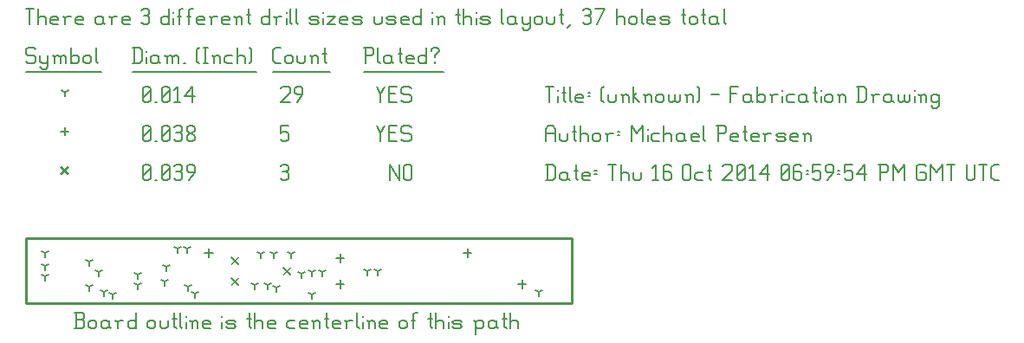
<source format=gbr>
G04 start of page 13 for group -3984 idx -3984 *
G04 Title: (unknown), fab *
G04 Creator: pcb 20110918 *
G04 CreationDate: Thu 16 Oct 2014 06:59:54 PM GMT UTC *
G04 For: railfan *
G04 Format: Gerber/RS-274X *
G04 PCB-Dimensions: 210000 25000 *
G04 PCB-Coordinate-Origin: lower left *
%MOIN*%
%FSLAX25Y25*%
%LNFAB*%
%ADD77C,0.0100*%
%ADD76C,0.0075*%
%ADD75C,0.0060*%
%ADD74C,0.0001*%
G54D74*G36*
X99300Y14266D02*X102266Y11300D01*
X101700Y10734D01*
X98734Y13700D01*
X99300Y14266D01*
G37*
G36*
X98734Y11300D02*X101700Y14266D01*
X102266Y13700D01*
X99300Y10734D01*
X98734Y11300D01*
G37*
G36*
X79300Y18266D02*X82266Y15300D01*
X81700Y14734D01*
X78734Y17700D01*
X79300Y18266D01*
G37*
G36*
X78734Y15300D02*X81700Y18266D01*
X82266Y17700D01*
X79300Y14734D01*
X78734Y15300D01*
G37*
G36*
X79300Y10266D02*X82266Y7300D01*
X81700Y6734D01*
X78734Y9700D01*
X79300Y10266D01*
G37*
G36*
X78734Y7300D02*X81700Y10266D01*
X82266Y9700D01*
X79300Y6734D01*
X78734Y7300D01*
G37*
G36*
X13800Y53016D02*X16766Y50050D01*
X16200Y49484D01*
X13234Y52450D01*
X13800Y53016D01*
G37*
G36*
X13234Y50050D02*X16200Y53016D01*
X16766Y52450D01*
X13800Y49484D01*
X13234Y50050D01*
G37*
G54D75*X140000Y53500D02*Y47500D01*
Y53500D02*X143750Y47500D01*
Y53500D02*Y47500D01*
X145550Y52750D02*Y48250D01*
Y52750D02*X146300Y53500D01*
X147800D01*
X148550Y52750D01*
Y48250D01*
X147800Y47500D02*X148550Y48250D01*
X146300Y47500D02*X147800D01*
X145550Y48250D02*X146300Y47500D01*
X98000Y52750D02*X98750Y53500D01*
X100250D01*
X101000Y52750D01*
X100250Y47500D02*X101000Y48250D01*
X98750Y47500D02*X100250D01*
X98000Y48250D02*X98750Y47500D01*
Y50800D02*X100250D01*
X101000Y52750D02*Y51550D01*
Y50050D02*Y48250D01*
Y50050D02*X100250Y50800D01*
X101000Y51550D02*X100250Y50800D01*
X45000Y48250D02*X45750Y47500D01*
X45000Y52750D02*Y48250D01*
Y52750D02*X45750Y53500D01*
X47250D01*
X48000Y52750D01*
Y48250D01*
X47250Y47500D02*X48000Y48250D01*
X45750Y47500D02*X47250D01*
X45000Y49000D02*X48000Y52000D01*
X49800Y47500D02*X50550D01*
X52350Y48250D02*X53100Y47500D01*
X52350Y52750D02*Y48250D01*
Y52750D02*X53100Y53500D01*
X54600D01*
X55350Y52750D01*
Y48250D01*
X54600Y47500D02*X55350Y48250D01*
X53100Y47500D02*X54600D01*
X52350Y49000D02*X55350Y52000D01*
X57150Y52750D02*X57900Y53500D01*
X59400D01*
X60150Y52750D01*
X59400Y47500D02*X60150Y48250D01*
X57900Y47500D02*X59400D01*
X57150Y48250D02*X57900Y47500D01*
Y50800D02*X59400D01*
X60150Y52750D02*Y51550D01*
Y50050D02*Y48250D01*
Y50050D02*X59400Y50800D01*
X60150Y51550D02*X59400Y50800D01*
X62700Y47500D02*X64950Y50500D01*
Y52750D02*Y50500D01*
X64200Y53500D02*X64950Y52750D01*
X62700Y53500D02*X64200D01*
X61950Y52750D02*X62700Y53500D01*
X61950Y52750D02*Y51250D01*
X62700Y50500D01*
X64950D01*
X70500Y21100D02*Y17900D01*
X68900Y19500D02*X72100D01*
X170000Y21100D02*Y17900D01*
X168400Y19500D02*X171600D01*
X191000Y9100D02*Y5900D01*
X189400Y7500D02*X192600D01*
X121000Y19100D02*Y15900D01*
X119400Y17500D02*X122600D01*
X121000Y9100D02*Y5900D01*
X119400Y7500D02*X122600D01*
X15000Y67850D02*Y64650D01*
X13400Y66250D02*X16600D01*
X135000Y68500D02*X136500Y65500D01*
X138000Y68500D01*
X136500Y65500D02*Y62500D01*
X139800Y65800D02*X142050D01*
X139800Y62500D02*X142800D01*
X139800Y68500D02*Y62500D01*
Y68500D02*X142800D01*
X147600D02*X148350Y67750D01*
X145350Y68500D02*X147600D01*
X144600Y67750D02*X145350Y68500D01*
X144600Y67750D02*Y66250D01*
X145350Y65500D01*
X147600D01*
X148350Y64750D01*
Y63250D01*
X147600Y62500D02*X148350Y63250D01*
X145350Y62500D02*X147600D01*
X144600Y63250D02*X145350Y62500D01*
X98000Y68500D02*X101000D01*
X98000D02*Y65500D01*
X98750Y66250D01*
X100250D01*
X101000Y65500D01*
Y63250D01*
X100250Y62500D02*X101000Y63250D01*
X98750Y62500D02*X100250D01*
X98000Y63250D02*X98750Y62500D01*
X45000Y63250D02*X45750Y62500D01*
X45000Y67750D02*Y63250D01*
Y67750D02*X45750Y68500D01*
X47250D01*
X48000Y67750D01*
Y63250D01*
X47250Y62500D02*X48000Y63250D01*
X45750Y62500D02*X47250D01*
X45000Y64000D02*X48000Y67000D01*
X49800Y62500D02*X50550D01*
X52350Y63250D02*X53100Y62500D01*
X52350Y67750D02*Y63250D01*
Y67750D02*X53100Y68500D01*
X54600D01*
X55350Y67750D01*
Y63250D01*
X54600Y62500D02*X55350Y63250D01*
X53100Y62500D02*X54600D01*
X52350Y64000D02*X55350Y67000D01*
X57150Y67750D02*X57900Y68500D01*
X59400D01*
X60150Y67750D01*
X59400Y62500D02*X60150Y63250D01*
X57900Y62500D02*X59400D01*
X57150Y63250D02*X57900Y62500D01*
Y65800D02*X59400D01*
X60150Y67750D02*Y66550D01*
Y65050D02*Y63250D01*
Y65050D02*X59400Y65800D01*
X60150Y66550D02*X59400Y65800D01*
X61950Y63250D02*X62700Y62500D01*
X61950Y64450D02*Y63250D01*
Y64450D02*X63000Y65500D01*
X63900D01*
X64950Y64450D01*
Y63250D01*
X64200Y62500D02*X64950Y63250D01*
X62700Y62500D02*X64200D01*
X61950Y66550D02*X63000Y65500D01*
X61950Y67750D02*Y66550D01*
Y67750D02*X62700Y68500D01*
X64200D01*
X64950Y67750D01*
Y66550D01*
X63900Y65500D02*X64950Y66550D01*
X7500Y14500D02*Y12900D01*
Y14500D02*X8887Y15300D01*
X7500Y14500D02*X6113Y15300D01*
X7500Y10500D02*Y8900D01*
Y10500D02*X8887Y11300D01*
X7500Y10500D02*X6113Y11300D01*
X7500Y19500D02*Y17900D01*
Y19500D02*X8887Y20300D01*
X7500Y19500D02*X6113Y20300D01*
X24500Y16000D02*Y14400D01*
Y16000D02*X25887Y16800D01*
X24500Y16000D02*X23113Y16800D01*
X24500Y6500D02*Y4900D01*
Y6500D02*X25887Y7300D01*
X24500Y6500D02*X23113Y7300D01*
X30000Y4500D02*Y2900D01*
Y4500D02*X31387Y5300D01*
X30000Y4500D02*X28613Y5300D01*
X33500Y3500D02*Y1900D01*
Y3500D02*X34887Y4300D01*
X33500Y3500D02*X32113Y4300D01*
X28000Y12000D02*Y10400D01*
Y12000D02*X29387Y12800D01*
X28000Y12000D02*X26613Y12800D01*
X43000Y11000D02*Y9400D01*
Y11000D02*X44387Y11800D01*
X43000Y11000D02*X41613Y11800D01*
X43000Y7000D02*Y5400D01*
Y7000D02*X44387Y7800D01*
X43000Y7000D02*X41613Y7800D01*
X54000Y14000D02*Y12400D01*
Y14000D02*X55387Y14800D01*
X54000Y14000D02*X52613Y14800D01*
X58500Y21000D02*Y19400D01*
Y21000D02*X59887Y21800D01*
X58500Y21000D02*X57113Y21800D01*
X62000Y21000D02*Y19400D01*
Y21000D02*X63387Y21800D01*
X62000Y21000D02*X60613Y21800D01*
X65000Y3662D02*Y2062D01*
Y3662D02*X66387Y4462D01*
X65000Y3662D02*X63613Y4462D01*
X53500Y8500D02*Y6900D01*
Y8500D02*X54887Y9300D01*
X53500Y8500D02*X52113Y9300D01*
X62500Y6500D02*Y4900D01*
Y6500D02*X63887Y7300D01*
X62500Y6500D02*X61113Y7300D01*
X95500Y19000D02*Y17400D01*
Y19000D02*X96887Y19800D01*
X95500Y19000D02*X94113Y19800D01*
X90500Y19000D02*Y17400D01*
Y19000D02*X91887Y19800D01*
X90500Y19000D02*X89113Y19800D01*
X88000Y7000D02*Y5400D01*
Y7000D02*X89387Y7800D01*
X88000Y7000D02*X86613Y7800D01*
X93000Y7000D02*Y5400D01*
Y7000D02*X94387Y7800D01*
X93000Y7000D02*X91613Y7800D01*
X96500Y6000D02*Y4400D01*
Y6000D02*X97887Y6800D01*
X96500Y6000D02*X95113Y6800D01*
X110000Y3500D02*Y1900D01*
Y3500D02*X111387Y4300D01*
X110000Y3500D02*X108613Y4300D01*
X110000Y12000D02*Y10400D01*
Y12000D02*X111387Y12800D01*
X110000Y12000D02*X108613Y12800D01*
X106000Y11500D02*Y9900D01*
Y11500D02*X107387Y12300D01*
X106000Y11500D02*X104613Y12300D01*
X114000Y12000D02*Y10400D01*
Y12000D02*X115387Y12800D01*
X114000Y12000D02*X112613Y12800D01*
X102000Y19000D02*Y17400D01*
Y19000D02*X103387Y19800D01*
X102000Y19000D02*X100613Y19800D01*
X131500Y12500D02*Y10900D01*
Y12500D02*X132887Y13300D01*
X131500Y12500D02*X130113Y13300D01*
X135500Y12500D02*Y10900D01*
Y12500D02*X136887Y13300D01*
X135500Y12500D02*X134113Y13300D01*
X197500Y4500D02*Y2900D01*
Y4500D02*X198887Y5300D01*
X197500Y4500D02*X196113Y5300D01*
X15000Y81250D02*Y79650D01*
Y81250D02*X16387Y82050D01*
X15000Y81250D02*X13613Y82050D01*
X135000Y83500D02*X136500Y80500D01*
X138000Y83500D01*
X136500Y80500D02*Y77500D01*
X139800Y80800D02*X142050D01*
X139800Y77500D02*X142800D01*
X139800Y83500D02*Y77500D01*
Y83500D02*X142800D01*
X147600D02*X148350Y82750D01*
X145350Y83500D02*X147600D01*
X144600Y82750D02*X145350Y83500D01*
X144600Y82750D02*Y81250D01*
X145350Y80500D01*
X147600D01*
X148350Y79750D01*
Y78250D01*
X147600Y77500D02*X148350Y78250D01*
X145350Y77500D02*X147600D01*
X144600Y78250D02*X145350Y77500D01*
X98000Y82750D02*X98750Y83500D01*
X101000D01*
X101750Y82750D01*
Y81250D01*
X98000Y77500D02*X101750Y81250D01*
X98000Y77500D02*X101750D01*
X104300D02*X106550Y80500D01*
Y82750D02*Y80500D01*
X105800Y83500D02*X106550Y82750D01*
X104300Y83500D02*X105800D01*
X103550Y82750D02*X104300Y83500D01*
X103550Y82750D02*Y81250D01*
X104300Y80500D01*
X106550D01*
X45000Y78250D02*X45750Y77500D01*
X45000Y82750D02*Y78250D01*
Y82750D02*X45750Y83500D01*
X47250D01*
X48000Y82750D01*
Y78250D01*
X47250Y77500D02*X48000Y78250D01*
X45750Y77500D02*X47250D01*
X45000Y79000D02*X48000Y82000D01*
X49800Y77500D02*X50550D01*
X52350Y78250D02*X53100Y77500D01*
X52350Y82750D02*Y78250D01*
Y82750D02*X53100Y83500D01*
X54600D01*
X55350Y82750D01*
Y78250D01*
X54600Y77500D02*X55350Y78250D01*
X53100Y77500D02*X54600D01*
X52350Y79000D02*X55350Y82000D01*
X57150Y82300D02*X58350Y83500D01*
Y77500D01*
X57150D02*X59400D01*
X61200Y79750D02*X64200Y83500D01*
X61200Y79750D02*X64950D01*
X64200Y83500D02*Y77500D01*
X3000Y98500D02*X3750Y97750D01*
X750Y98500D02*X3000D01*
X0Y97750D02*X750Y98500D01*
X0Y97750D02*Y96250D01*
X750Y95500D01*
X3000D01*
X3750Y94750D01*
Y93250D01*
X3000Y92500D02*X3750Y93250D01*
X750Y92500D02*X3000D01*
X0Y93250D02*X750Y92500D01*
X5550Y95500D02*Y93250D01*
X6300Y92500D01*
X8550Y95500D02*Y91000D01*
X7800Y90250D02*X8550Y91000D01*
X6300Y90250D02*X7800D01*
X5550Y91000D02*X6300Y90250D01*
Y92500D02*X7800D01*
X8550Y93250D01*
X11100Y94750D02*Y92500D01*
Y94750D02*X11850Y95500D01*
X12600D01*
X13350Y94750D01*
Y92500D01*
Y94750D02*X14100Y95500D01*
X14850D01*
X15600Y94750D01*
Y92500D01*
X10350Y95500D02*X11100Y94750D01*
X17400Y98500D02*Y92500D01*
Y93250D02*X18150Y92500D01*
X19650D01*
X20400Y93250D01*
Y94750D02*Y93250D01*
X19650Y95500D02*X20400Y94750D01*
X18150Y95500D02*X19650D01*
X17400Y94750D02*X18150Y95500D01*
X22200Y94750D02*Y93250D01*
Y94750D02*X22950Y95500D01*
X24450D01*
X25200Y94750D01*
Y93250D01*
X24450Y92500D02*X25200Y93250D01*
X22950Y92500D02*X24450D01*
X22200Y93250D02*X22950Y92500D01*
X27000Y98500D02*Y93250D01*
X27750Y92500D01*
X0Y89250D02*X29250D01*
X41750Y98500D02*Y92500D01*
X43700Y98500D02*X44750Y97450D01*
Y93550D01*
X43700Y92500D02*X44750Y93550D01*
X41000Y92500D02*X43700D01*
X41000Y98500D02*X43700D01*
G54D76*X46550Y97000D02*Y96850D01*
G54D75*Y94750D02*Y92500D01*
X50300Y95500D02*X51050Y94750D01*
X48800Y95500D02*X50300D01*
X48050Y94750D02*X48800Y95500D01*
X48050Y94750D02*Y93250D01*
X48800Y92500D01*
X51050Y95500D02*Y93250D01*
X51800Y92500D01*
X48800D02*X50300D01*
X51050Y93250D01*
X54350Y94750D02*Y92500D01*
Y94750D02*X55100Y95500D01*
X55850D01*
X56600Y94750D01*
Y92500D01*
Y94750D02*X57350Y95500D01*
X58100D01*
X58850Y94750D01*
Y92500D01*
X53600Y95500D02*X54350Y94750D01*
X60650Y92500D02*X61400D01*
X65900Y93250D02*X66650Y92500D01*
X65900Y97750D02*X66650Y98500D01*
X65900Y97750D02*Y93250D01*
X68450Y98500D02*X69950D01*
X69200D02*Y92500D01*
X68450D02*X69950D01*
X72500Y94750D02*Y92500D01*
Y94750D02*X73250Y95500D01*
X74000D01*
X74750Y94750D01*
Y92500D01*
X71750Y95500D02*X72500Y94750D01*
X77300Y95500D02*X79550D01*
X76550Y94750D02*X77300Y95500D01*
X76550Y94750D02*Y93250D01*
X77300Y92500D01*
X79550D01*
X81350Y98500D02*Y92500D01*
Y94750D02*X82100Y95500D01*
X83600D01*
X84350Y94750D01*
Y92500D01*
X86150Y98500D02*X86900Y97750D01*
Y93250D01*
X86150Y92500D02*X86900Y93250D01*
X41000Y89250D02*X88700D01*
X96050Y92500D02*X98000D01*
X95000Y93550D02*X96050Y92500D01*
X95000Y97450D02*Y93550D01*
Y97450D02*X96050Y98500D01*
X98000D01*
X99800Y94750D02*Y93250D01*
Y94750D02*X100550Y95500D01*
X102050D01*
X102800Y94750D01*
Y93250D01*
X102050Y92500D02*X102800Y93250D01*
X100550Y92500D02*X102050D01*
X99800Y93250D02*X100550Y92500D01*
X104600Y95500D02*Y93250D01*
X105350Y92500D01*
X106850D01*
X107600Y93250D01*
Y95500D02*Y93250D01*
X110150Y94750D02*Y92500D01*
Y94750D02*X110900Y95500D01*
X111650D01*
X112400Y94750D01*
Y92500D01*
X109400Y95500D02*X110150Y94750D01*
X114950Y98500D02*Y93250D01*
X115700Y92500D01*
X114200Y96250D02*X115700D01*
X95000Y89250D02*X117200D01*
X130750Y98500D02*Y92500D01*
X130000Y98500D02*X133000D01*
X133750Y97750D01*
Y96250D01*
X133000Y95500D02*X133750Y96250D01*
X130750Y95500D02*X133000D01*
X135550Y98500D02*Y93250D01*
X136300Y92500D01*
X140050Y95500D02*X140800Y94750D01*
X138550Y95500D02*X140050D01*
X137800Y94750D02*X138550Y95500D01*
X137800Y94750D02*Y93250D01*
X138550Y92500D01*
X140800Y95500D02*Y93250D01*
X141550Y92500D01*
X138550D02*X140050D01*
X140800Y93250D01*
X144100Y98500D02*Y93250D01*
X144850Y92500D01*
X143350Y96250D02*X144850D01*
X147100Y92500D02*X149350D01*
X146350Y93250D02*X147100Y92500D01*
X146350Y94750D02*Y93250D01*
Y94750D02*X147100Y95500D01*
X148600D01*
X149350Y94750D01*
X146350Y94000D02*X149350D01*
Y94750D02*Y94000D01*
X154150Y98500D02*Y92500D01*
X153400D02*X154150Y93250D01*
X151900Y92500D02*X153400D01*
X151150Y93250D02*X151900Y92500D01*
X151150Y94750D02*Y93250D01*
Y94750D02*X151900Y95500D01*
X153400D01*
X154150Y94750D01*
X157450Y95500D02*Y94750D01*
Y93250D02*Y92500D01*
X155950Y97750D02*Y97000D01*
Y97750D02*X156700Y98500D01*
X158200D01*
X158950Y97750D01*
Y97000D01*
X157450Y95500D02*X158950Y97000D01*
X130000Y89250D02*X160750D01*
X0Y113500D02*X3000D01*
X1500D02*Y107500D01*
X4800Y113500D02*Y107500D01*
Y109750D02*X5550Y110500D01*
X7050D01*
X7800Y109750D01*
Y107500D01*
X10350D02*X12600D01*
X9600Y108250D02*X10350Y107500D01*
X9600Y109750D02*Y108250D01*
Y109750D02*X10350Y110500D01*
X11850D01*
X12600Y109750D01*
X9600Y109000D02*X12600D01*
Y109750D02*Y109000D01*
X15150Y109750D02*Y107500D01*
Y109750D02*X15900Y110500D01*
X17400D01*
X14400D02*X15150Y109750D01*
X19950Y107500D02*X22200D01*
X19200Y108250D02*X19950Y107500D01*
X19200Y109750D02*Y108250D01*
Y109750D02*X19950Y110500D01*
X21450D01*
X22200Y109750D01*
X19200Y109000D02*X22200D01*
Y109750D02*Y109000D01*
X28950Y110500D02*X29700Y109750D01*
X27450Y110500D02*X28950D01*
X26700Y109750D02*X27450Y110500D01*
X26700Y109750D02*Y108250D01*
X27450Y107500D01*
X29700Y110500D02*Y108250D01*
X30450Y107500D01*
X27450D02*X28950D01*
X29700Y108250D01*
X33000Y109750D02*Y107500D01*
Y109750D02*X33750Y110500D01*
X35250D01*
X32250D02*X33000Y109750D01*
X37800Y107500D02*X40050D01*
X37050Y108250D02*X37800Y107500D01*
X37050Y109750D02*Y108250D01*
Y109750D02*X37800Y110500D01*
X39300D01*
X40050Y109750D01*
X37050Y109000D02*X40050D01*
Y109750D02*Y109000D01*
X44550Y112750D02*X45300Y113500D01*
X46800D01*
X47550Y112750D01*
X46800Y107500D02*X47550Y108250D01*
X45300Y107500D02*X46800D01*
X44550Y108250D02*X45300Y107500D01*
Y110800D02*X46800D01*
X47550Y112750D02*Y111550D01*
Y110050D02*Y108250D01*
Y110050D02*X46800Y110800D01*
X47550Y111550D02*X46800Y110800D01*
X55050Y113500D02*Y107500D01*
X54300D02*X55050Y108250D01*
X52800Y107500D02*X54300D01*
X52050Y108250D02*X52800Y107500D01*
X52050Y109750D02*Y108250D01*
Y109750D02*X52800Y110500D01*
X54300D01*
X55050Y109750D01*
G54D76*X56850Y112000D02*Y111850D01*
G54D75*Y109750D02*Y107500D01*
X59100Y112750D02*Y107500D01*
Y112750D02*X59850Y113500D01*
X60600D01*
X58350Y110500D02*X59850D01*
X62850Y112750D02*Y107500D01*
Y112750D02*X63600Y113500D01*
X64350D01*
X62100Y110500D02*X63600D01*
X66600Y107500D02*X68850D01*
X65850Y108250D02*X66600Y107500D01*
X65850Y109750D02*Y108250D01*
Y109750D02*X66600Y110500D01*
X68100D01*
X68850Y109750D01*
X65850Y109000D02*X68850D01*
Y109750D02*Y109000D01*
X71400Y109750D02*Y107500D01*
Y109750D02*X72150Y110500D01*
X73650D01*
X70650D02*X71400Y109750D01*
X76200Y107500D02*X78450D01*
X75450Y108250D02*X76200Y107500D01*
X75450Y109750D02*Y108250D01*
Y109750D02*X76200Y110500D01*
X77700D01*
X78450Y109750D01*
X75450Y109000D02*X78450D01*
Y109750D02*Y109000D01*
X81000Y109750D02*Y107500D01*
Y109750D02*X81750Y110500D01*
X82500D01*
X83250Y109750D01*
Y107500D01*
X80250Y110500D02*X81000Y109750D01*
X85800Y113500D02*Y108250D01*
X86550Y107500D01*
X85050Y111250D02*X86550D01*
X93750Y113500D02*Y107500D01*
X93000D02*X93750Y108250D01*
X91500Y107500D02*X93000D01*
X90750Y108250D02*X91500Y107500D01*
X90750Y109750D02*Y108250D01*
Y109750D02*X91500Y110500D01*
X93000D01*
X93750Y109750D01*
X96300D02*Y107500D01*
Y109750D02*X97050Y110500D01*
X98550D01*
X95550D02*X96300Y109750D01*
G54D76*X100350Y112000D02*Y111850D01*
G54D75*Y109750D02*Y107500D01*
X101850Y113500D02*Y108250D01*
X102600Y107500D01*
X104100Y113500D02*Y108250D01*
X104850Y107500D01*
X109800D02*X112050D01*
X112800Y108250D01*
X112050Y109000D02*X112800Y108250D01*
X109800Y109000D02*X112050D01*
X109050Y109750D02*X109800Y109000D01*
X109050Y109750D02*X109800Y110500D01*
X112050D01*
X112800Y109750D01*
X109050Y108250D02*X109800Y107500D01*
G54D76*X114600Y112000D02*Y111850D01*
G54D75*Y109750D02*Y107500D01*
X116100Y110500D02*X119100D01*
X116100Y107500D02*X119100Y110500D01*
X116100Y107500D02*X119100D01*
X121650D02*X123900D01*
X120900Y108250D02*X121650Y107500D01*
X120900Y109750D02*Y108250D01*
Y109750D02*X121650Y110500D01*
X123150D01*
X123900Y109750D01*
X120900Y109000D02*X123900D01*
Y109750D02*Y109000D01*
X126450Y107500D02*X128700D01*
X129450Y108250D01*
X128700Y109000D02*X129450Y108250D01*
X126450Y109000D02*X128700D01*
X125700Y109750D02*X126450Y109000D01*
X125700Y109750D02*X126450Y110500D01*
X128700D01*
X129450Y109750D01*
X125700Y108250D02*X126450Y107500D01*
X133950Y110500D02*Y108250D01*
X134700Y107500D01*
X136200D01*
X136950Y108250D01*
Y110500D02*Y108250D01*
X139500Y107500D02*X141750D01*
X142500Y108250D01*
X141750Y109000D02*X142500Y108250D01*
X139500Y109000D02*X141750D01*
X138750Y109750D02*X139500Y109000D01*
X138750Y109750D02*X139500Y110500D01*
X141750D01*
X142500Y109750D01*
X138750Y108250D02*X139500Y107500D01*
X145050D02*X147300D01*
X144300Y108250D02*X145050Y107500D01*
X144300Y109750D02*Y108250D01*
Y109750D02*X145050Y110500D01*
X146550D01*
X147300Y109750D01*
X144300Y109000D02*X147300D01*
Y109750D02*Y109000D01*
X152100Y113500D02*Y107500D01*
X151350D02*X152100Y108250D01*
X149850Y107500D02*X151350D01*
X149100Y108250D02*X149850Y107500D01*
X149100Y109750D02*Y108250D01*
Y109750D02*X149850Y110500D01*
X151350D01*
X152100Y109750D01*
G54D76*X156600Y112000D02*Y111850D01*
G54D75*Y109750D02*Y107500D01*
X158850Y109750D02*Y107500D01*
Y109750D02*X159600Y110500D01*
X160350D01*
X161100Y109750D01*
Y107500D01*
X158100Y110500D02*X158850Y109750D01*
X166350Y113500D02*Y108250D01*
X167100Y107500D01*
X165600Y111250D02*X167100D01*
X168600Y113500D02*Y107500D01*
Y109750D02*X169350Y110500D01*
X170850D01*
X171600Y109750D01*
Y107500D01*
G54D76*X173400Y112000D02*Y111850D01*
G54D75*Y109750D02*Y107500D01*
X175650D02*X177900D01*
X178650Y108250D01*
X177900Y109000D02*X178650Y108250D01*
X175650Y109000D02*X177900D01*
X174900Y109750D02*X175650Y109000D01*
X174900Y109750D02*X175650Y110500D01*
X177900D01*
X178650Y109750D01*
X174900Y108250D02*X175650Y107500D01*
X183150Y113500D02*Y108250D01*
X183900Y107500D01*
X187650Y110500D02*X188400Y109750D01*
X186150Y110500D02*X187650D01*
X185400Y109750D02*X186150Y110500D01*
X185400Y109750D02*Y108250D01*
X186150Y107500D01*
X188400Y110500D02*Y108250D01*
X189150Y107500D01*
X186150D02*X187650D01*
X188400Y108250D01*
X190950Y110500D02*Y108250D01*
X191700Y107500D01*
X193950Y110500D02*Y106000D01*
X193200Y105250D02*X193950Y106000D01*
X191700Y105250D02*X193200D01*
X190950Y106000D02*X191700Y105250D01*
Y107500D02*X193200D01*
X193950Y108250D01*
X195750Y109750D02*Y108250D01*
Y109750D02*X196500Y110500D01*
X198000D01*
X198750Y109750D01*
Y108250D01*
X198000Y107500D02*X198750Y108250D01*
X196500Y107500D02*X198000D01*
X195750Y108250D02*X196500Y107500D01*
X200550Y110500D02*Y108250D01*
X201300Y107500D01*
X202800D01*
X203550Y108250D01*
Y110500D02*Y108250D01*
X206100Y113500D02*Y108250D01*
X206850Y107500D01*
X205350Y111250D02*X206850D01*
X208350Y106000D02*X209850Y107500D01*
X214350Y112750D02*X215100Y113500D01*
X216600D01*
X217350Y112750D01*
X216600Y107500D02*X217350Y108250D01*
X215100Y107500D02*X216600D01*
X214350Y108250D02*X215100Y107500D01*
Y110800D02*X216600D01*
X217350Y112750D02*Y111550D01*
Y110050D02*Y108250D01*
Y110050D02*X216600Y110800D01*
X217350Y111550D02*X216600Y110800D01*
X219900Y107500D02*X222900Y113500D01*
X219150D02*X222900D01*
X227400D02*Y107500D01*
Y109750D02*X228150Y110500D01*
X229650D01*
X230400Y109750D01*
Y107500D01*
X232200Y109750D02*Y108250D01*
Y109750D02*X232950Y110500D01*
X234450D01*
X235200Y109750D01*
Y108250D01*
X234450Y107500D02*X235200Y108250D01*
X232950Y107500D02*X234450D01*
X232200Y108250D02*X232950Y107500D01*
X237000Y113500D02*Y108250D01*
X237750Y107500D01*
X240000D02*X242250D01*
X239250Y108250D02*X240000Y107500D01*
X239250Y109750D02*Y108250D01*
Y109750D02*X240000Y110500D01*
X241500D01*
X242250Y109750D01*
X239250Y109000D02*X242250D01*
Y109750D02*Y109000D01*
X244800Y107500D02*X247050D01*
X247800Y108250D01*
X247050Y109000D02*X247800Y108250D01*
X244800Y109000D02*X247050D01*
X244050Y109750D02*X244800Y109000D01*
X244050Y109750D02*X244800Y110500D01*
X247050D01*
X247800Y109750D01*
X244050Y108250D02*X244800Y107500D01*
X253050Y113500D02*Y108250D01*
X253800Y107500D01*
X252300Y111250D02*X253800D01*
X255300Y109750D02*Y108250D01*
Y109750D02*X256050Y110500D01*
X257550D01*
X258300Y109750D01*
Y108250D01*
X257550Y107500D02*X258300Y108250D01*
X256050Y107500D02*X257550D01*
X255300Y108250D02*X256050Y107500D01*
X260850Y113500D02*Y108250D01*
X261600Y107500D01*
X260100Y111250D02*X261600D01*
X265350Y110500D02*X266100Y109750D01*
X263850Y110500D02*X265350D01*
X263100Y109750D02*X263850Y110500D01*
X263100Y109750D02*Y108250D01*
X263850Y107500D01*
X266100Y110500D02*Y108250D01*
X266850Y107500D01*
X263850D02*X265350D01*
X266100Y108250D01*
X268650Y113500D02*Y108250D01*
X269400Y107500D01*
G54D77*X0Y25000D02*X210000D01*
Y0D01*
X0D01*
Y25000D01*
G54D75*X18675Y-9500D02*X21675D01*
X22425Y-8750D01*
Y-6950D02*Y-8750D01*
X21675Y-6200D02*X22425Y-6950D01*
X19425Y-6200D02*X21675D01*
X19425Y-3500D02*Y-9500D01*
X18675Y-3500D02*X21675D01*
X22425Y-4250D01*
Y-5450D01*
X21675Y-6200D02*X22425Y-5450D01*
X24225Y-7250D02*Y-8750D01*
Y-7250D02*X24975Y-6500D01*
X26475D01*
X27225Y-7250D01*
Y-8750D01*
X26475Y-9500D02*X27225Y-8750D01*
X24975Y-9500D02*X26475D01*
X24225Y-8750D02*X24975Y-9500D01*
X31275Y-6500D02*X32025Y-7250D01*
X29775Y-6500D02*X31275D01*
X29025Y-7250D02*X29775Y-6500D01*
X29025Y-7250D02*Y-8750D01*
X29775Y-9500D01*
X32025Y-6500D02*Y-8750D01*
X32775Y-9500D01*
X29775D02*X31275D01*
X32025Y-8750D01*
X35325Y-7250D02*Y-9500D01*
Y-7250D02*X36075Y-6500D01*
X37575D01*
X34575D02*X35325Y-7250D01*
X42375Y-3500D02*Y-9500D01*
X41625D02*X42375Y-8750D01*
X40125Y-9500D02*X41625D01*
X39375Y-8750D02*X40125Y-9500D01*
X39375Y-7250D02*Y-8750D01*
Y-7250D02*X40125Y-6500D01*
X41625D01*
X42375Y-7250D01*
X46875D02*Y-8750D01*
Y-7250D02*X47625Y-6500D01*
X49125D01*
X49875Y-7250D01*
Y-8750D01*
X49125Y-9500D02*X49875Y-8750D01*
X47625Y-9500D02*X49125D01*
X46875Y-8750D02*X47625Y-9500D01*
X51675Y-6500D02*Y-8750D01*
X52425Y-9500D01*
X53925D01*
X54675Y-8750D01*
Y-6500D02*Y-8750D01*
X57225Y-3500D02*Y-8750D01*
X57975Y-9500D01*
X56475Y-5750D02*X57975D01*
X59475Y-3500D02*Y-8750D01*
X60225Y-9500D01*
G54D76*X61725Y-5000D02*Y-5150D01*
G54D75*Y-7250D02*Y-9500D01*
X63975Y-7250D02*Y-9500D01*
Y-7250D02*X64725Y-6500D01*
X65475D01*
X66225Y-7250D01*
Y-9500D01*
X63225Y-6500D02*X63975Y-7250D01*
X68775Y-9500D02*X71025D01*
X68025Y-8750D02*X68775Y-9500D01*
X68025Y-7250D02*Y-8750D01*
Y-7250D02*X68775Y-6500D01*
X70275D01*
X71025Y-7250D01*
X68025Y-8000D02*X71025D01*
Y-7250D02*Y-8000D01*
G54D76*X75525Y-5000D02*Y-5150D01*
G54D75*Y-7250D02*Y-9500D01*
X77775D02*X80025D01*
X80775Y-8750D01*
X80025Y-8000D02*X80775Y-8750D01*
X77775Y-8000D02*X80025D01*
X77025Y-7250D02*X77775Y-8000D01*
X77025Y-7250D02*X77775Y-6500D01*
X80025D01*
X80775Y-7250D01*
X77025Y-8750D02*X77775Y-9500D01*
X86025Y-3500D02*Y-8750D01*
X86775Y-9500D01*
X85275Y-5750D02*X86775D01*
X88275Y-3500D02*Y-9500D01*
Y-7250D02*X89025Y-6500D01*
X90525D01*
X91275Y-7250D01*
Y-9500D01*
X93825D02*X96075D01*
X93075Y-8750D02*X93825Y-9500D01*
X93075Y-7250D02*Y-8750D01*
Y-7250D02*X93825Y-6500D01*
X95325D01*
X96075Y-7250D01*
X93075Y-8000D02*X96075D01*
Y-7250D02*Y-8000D01*
X101325Y-6500D02*X103575D01*
X100575Y-7250D02*X101325Y-6500D01*
X100575Y-7250D02*Y-8750D01*
X101325Y-9500D01*
X103575D01*
X106125D02*X108375D01*
X105375Y-8750D02*X106125Y-9500D01*
X105375Y-7250D02*Y-8750D01*
Y-7250D02*X106125Y-6500D01*
X107625D01*
X108375Y-7250D01*
X105375Y-8000D02*X108375D01*
Y-7250D02*Y-8000D01*
X110925Y-7250D02*Y-9500D01*
Y-7250D02*X111675Y-6500D01*
X112425D01*
X113175Y-7250D01*
Y-9500D01*
X110175Y-6500D02*X110925Y-7250D01*
X115725Y-3500D02*Y-8750D01*
X116475Y-9500D01*
X114975Y-5750D02*X116475D01*
X118725Y-9500D02*X120975D01*
X117975Y-8750D02*X118725Y-9500D01*
X117975Y-7250D02*Y-8750D01*
Y-7250D02*X118725Y-6500D01*
X120225D01*
X120975Y-7250D01*
X117975Y-8000D02*X120975D01*
Y-7250D02*Y-8000D01*
X123525Y-7250D02*Y-9500D01*
Y-7250D02*X124275Y-6500D01*
X125775D01*
X122775D02*X123525Y-7250D01*
X127575Y-3500D02*Y-8750D01*
X128325Y-9500D01*
G54D76*X129825Y-5000D02*Y-5150D01*
G54D75*Y-7250D02*Y-9500D01*
X132075Y-7250D02*Y-9500D01*
Y-7250D02*X132825Y-6500D01*
X133575D01*
X134325Y-7250D01*
Y-9500D01*
X131325Y-6500D02*X132075Y-7250D01*
X136875Y-9500D02*X139125D01*
X136125Y-8750D02*X136875Y-9500D01*
X136125Y-7250D02*Y-8750D01*
Y-7250D02*X136875Y-6500D01*
X138375D01*
X139125Y-7250D01*
X136125Y-8000D02*X139125D01*
Y-7250D02*Y-8000D01*
X143625Y-7250D02*Y-8750D01*
Y-7250D02*X144375Y-6500D01*
X145875D01*
X146625Y-7250D01*
Y-8750D01*
X145875Y-9500D02*X146625Y-8750D01*
X144375Y-9500D02*X145875D01*
X143625Y-8750D02*X144375Y-9500D01*
X149175Y-4250D02*Y-9500D01*
Y-4250D02*X149925Y-3500D01*
X150675D01*
X148425Y-6500D02*X149925D01*
X155625Y-3500D02*Y-8750D01*
X156375Y-9500D01*
X154875Y-5750D02*X156375D01*
X157875Y-3500D02*Y-9500D01*
Y-7250D02*X158625Y-6500D01*
X160125D01*
X160875Y-7250D01*
Y-9500D01*
G54D76*X162675Y-5000D02*Y-5150D01*
G54D75*Y-7250D02*Y-9500D01*
X164925D02*X167175D01*
X167925Y-8750D01*
X167175Y-8000D02*X167925Y-8750D01*
X164925Y-8000D02*X167175D01*
X164175Y-7250D02*X164925Y-8000D01*
X164175Y-7250D02*X164925Y-6500D01*
X167175D01*
X167925Y-7250D01*
X164175Y-8750D02*X164925Y-9500D01*
X173175Y-7250D02*Y-11750D01*
X172425Y-6500D02*X173175Y-7250D01*
X173925Y-6500D01*
X175425D01*
X176175Y-7250D01*
Y-8750D01*
X175425Y-9500D02*X176175Y-8750D01*
X173925Y-9500D02*X175425D01*
X173175Y-8750D02*X173925Y-9500D01*
X180225Y-6500D02*X180975Y-7250D01*
X178725Y-6500D02*X180225D01*
X177975Y-7250D02*X178725Y-6500D01*
X177975Y-7250D02*Y-8750D01*
X178725Y-9500D01*
X180975Y-6500D02*Y-8750D01*
X181725Y-9500D01*
X178725D02*X180225D01*
X180975Y-8750D01*
X184275Y-3500D02*Y-8750D01*
X185025Y-9500D01*
X183525Y-5750D02*X185025D01*
X186525Y-3500D02*Y-9500D01*
Y-7250D02*X187275Y-6500D01*
X188775D01*
X189525Y-7250D01*
Y-9500D01*
X200750Y53500D02*Y47500D01*
X202700Y53500D02*X203750Y52450D01*
Y48550D01*
X202700Y47500D02*X203750Y48550D01*
X200000Y47500D02*X202700D01*
X200000Y53500D02*X202700D01*
X207800Y50500D02*X208550Y49750D01*
X206300Y50500D02*X207800D01*
X205550Y49750D02*X206300Y50500D01*
X205550Y49750D02*Y48250D01*
X206300Y47500D01*
X208550Y50500D02*Y48250D01*
X209300Y47500D01*
X206300D02*X207800D01*
X208550Y48250D01*
X211850Y53500D02*Y48250D01*
X212600Y47500D01*
X211100Y51250D02*X212600D01*
X214850Y47500D02*X217100D01*
X214100Y48250D02*X214850Y47500D01*
X214100Y49750D02*Y48250D01*
Y49750D02*X214850Y50500D01*
X216350D01*
X217100Y49750D01*
X214100Y49000D02*X217100D01*
Y49750D02*Y49000D01*
X218900Y51250D02*X219650D01*
X218900Y49750D02*X219650D01*
X224150Y53500D02*X227150D01*
X225650D02*Y47500D01*
X228950Y53500D02*Y47500D01*
Y49750D02*X229700Y50500D01*
X231200D01*
X231950Y49750D01*
Y47500D01*
X233750Y50500D02*Y48250D01*
X234500Y47500D01*
X236000D01*
X236750Y48250D01*
Y50500D02*Y48250D01*
X241250Y52300D02*X242450Y53500D01*
Y47500D01*
X241250D02*X243500D01*
X247550Y53500D02*X248300Y52750D01*
X246050Y53500D02*X247550D01*
X245300Y52750D02*X246050Y53500D01*
X245300Y52750D02*Y48250D01*
X246050Y47500D01*
X247550Y50800D02*X248300Y50050D01*
X245300Y50800D02*X247550D01*
X246050Y47500D02*X247550D01*
X248300Y48250D01*
Y50050D02*Y48250D01*
X252800Y52750D02*Y48250D01*
Y52750D02*X253550Y53500D01*
X255050D01*
X255800Y52750D01*
Y48250D01*
X255050Y47500D02*X255800Y48250D01*
X253550Y47500D02*X255050D01*
X252800Y48250D02*X253550Y47500D01*
X258350Y50500D02*X260600D01*
X257600Y49750D02*X258350Y50500D01*
X257600Y49750D02*Y48250D01*
X258350Y47500D01*
X260600D01*
X263150Y53500D02*Y48250D01*
X263900Y47500D01*
X262400Y51250D02*X263900D01*
X268100Y52750D02*X268850Y53500D01*
X271100D01*
X271850Y52750D01*
Y51250D01*
X268100Y47500D02*X271850Y51250D01*
X268100Y47500D02*X271850D01*
X273650Y48250D02*X274400Y47500D01*
X273650Y52750D02*Y48250D01*
Y52750D02*X274400Y53500D01*
X275900D01*
X276650Y52750D01*
Y48250D01*
X275900Y47500D02*X276650Y48250D01*
X274400Y47500D02*X275900D01*
X273650Y49000D02*X276650Y52000D01*
X278450Y52300D02*X279650Y53500D01*
Y47500D01*
X278450D02*X280700D01*
X282500Y49750D02*X285500Y53500D01*
X282500Y49750D02*X286250D01*
X285500Y53500D02*Y47500D01*
X290750Y48250D02*X291500Y47500D01*
X290750Y52750D02*Y48250D01*
Y52750D02*X291500Y53500D01*
X293000D01*
X293750Y52750D01*
Y48250D01*
X293000Y47500D02*X293750Y48250D01*
X291500Y47500D02*X293000D01*
X290750Y49000D02*X293750Y52000D01*
X297800Y53500D02*X298550Y52750D01*
X296300Y53500D02*X297800D01*
X295550Y52750D02*X296300Y53500D01*
X295550Y52750D02*Y48250D01*
X296300Y47500D01*
X297800Y50800D02*X298550Y50050D01*
X295550Y50800D02*X297800D01*
X296300Y47500D02*X297800D01*
X298550Y48250D01*
Y50050D02*Y48250D01*
X300350Y51250D02*X301100D01*
X300350Y49750D02*X301100D01*
X302900Y53500D02*X305900D01*
X302900D02*Y50500D01*
X303650Y51250D01*
X305150D01*
X305900Y50500D01*
Y48250D01*
X305150Y47500D02*X305900Y48250D01*
X303650Y47500D02*X305150D01*
X302900Y48250D02*X303650Y47500D01*
X308450D02*X310700Y50500D01*
Y52750D02*Y50500D01*
X309950Y53500D02*X310700Y52750D01*
X308450Y53500D02*X309950D01*
X307700Y52750D02*X308450Y53500D01*
X307700Y52750D02*Y51250D01*
X308450Y50500D01*
X310700D01*
X312500Y51250D02*X313250D01*
X312500Y49750D02*X313250D01*
X315050Y53500D02*X318050D01*
X315050D02*Y50500D01*
X315800Y51250D01*
X317300D01*
X318050Y50500D01*
Y48250D01*
X317300Y47500D02*X318050Y48250D01*
X315800Y47500D02*X317300D01*
X315050Y48250D02*X315800Y47500D01*
X319850Y49750D02*X322850Y53500D01*
X319850Y49750D02*X323600D01*
X322850Y53500D02*Y47500D01*
X328850Y53500D02*Y47500D01*
X328100Y53500D02*X331100D01*
X331850Y52750D01*
Y51250D01*
X331100Y50500D02*X331850Y51250D01*
X328850Y50500D02*X331100D01*
X333650Y53500D02*Y47500D01*
Y53500D02*X335900Y50500D01*
X338150Y53500D01*
Y47500D01*
X345650Y53500D02*X346400Y52750D01*
X343400Y53500D02*X345650D01*
X342650Y52750D02*X343400Y53500D01*
X342650Y52750D02*Y48250D01*
X343400Y47500D01*
X345650D01*
X346400Y48250D01*
Y49750D02*Y48250D01*
X345650Y50500D02*X346400Y49750D01*
X344150Y50500D02*X345650D01*
X348200Y53500D02*Y47500D01*
Y53500D02*X350450Y50500D01*
X352700Y53500D01*
Y47500D01*
X354500Y53500D02*X357500D01*
X356000D02*Y47500D01*
X362000Y53500D02*Y48250D01*
X362750Y47500D01*
X364250D01*
X365000Y48250D01*
Y53500D02*Y48250D01*
X366800Y53500D02*X369800D01*
X368300D02*Y47500D01*
X372650D02*X374600D01*
X371600Y48550D02*X372650Y47500D01*
X371600Y52450D02*Y48550D01*
Y52450D02*X372650Y53500D01*
X374600D01*
X200000Y67000D02*Y62500D01*
Y67000D02*X201050Y68500D01*
X202700D01*
X203750Y67000D01*
Y62500D01*
X200000Y65500D02*X203750D01*
X205550D02*Y63250D01*
X206300Y62500D01*
X207800D01*
X208550Y63250D01*
Y65500D02*Y63250D01*
X211100Y68500D02*Y63250D01*
X211850Y62500D01*
X210350Y66250D02*X211850D01*
X213350Y68500D02*Y62500D01*
Y64750D02*X214100Y65500D01*
X215600D01*
X216350Y64750D01*
Y62500D01*
X218150Y64750D02*Y63250D01*
Y64750D02*X218900Y65500D01*
X220400D01*
X221150Y64750D01*
Y63250D01*
X220400Y62500D02*X221150Y63250D01*
X218900Y62500D02*X220400D01*
X218150Y63250D02*X218900Y62500D01*
X223700Y64750D02*Y62500D01*
Y64750D02*X224450Y65500D01*
X225950D01*
X222950D02*X223700Y64750D01*
X227750Y66250D02*X228500D01*
X227750Y64750D02*X228500D01*
X233000Y68500D02*Y62500D01*
Y68500D02*X235250Y65500D01*
X237500Y68500D01*
Y62500D01*
G54D76*X239300Y67000D02*Y66850D01*
G54D75*Y64750D02*Y62500D01*
X241550Y65500D02*X243800D01*
X240800Y64750D02*X241550Y65500D01*
X240800Y64750D02*Y63250D01*
X241550Y62500D01*
X243800D01*
X245600Y68500D02*Y62500D01*
Y64750D02*X246350Y65500D01*
X247850D01*
X248600Y64750D01*
Y62500D01*
X252650Y65500D02*X253400Y64750D01*
X251150Y65500D02*X252650D01*
X250400Y64750D02*X251150Y65500D01*
X250400Y64750D02*Y63250D01*
X251150Y62500D01*
X253400Y65500D02*Y63250D01*
X254150Y62500D01*
X251150D02*X252650D01*
X253400Y63250D01*
X256700Y62500D02*X258950D01*
X255950Y63250D02*X256700Y62500D01*
X255950Y64750D02*Y63250D01*
Y64750D02*X256700Y65500D01*
X258200D01*
X258950Y64750D01*
X255950Y64000D02*X258950D01*
Y64750D02*Y64000D01*
X260750Y68500D02*Y63250D01*
X261500Y62500D01*
X266450Y68500D02*Y62500D01*
X265700Y68500D02*X268700D01*
X269450Y67750D01*
Y66250D01*
X268700Y65500D02*X269450Y66250D01*
X266450Y65500D02*X268700D01*
X272000Y62500D02*X274250D01*
X271250Y63250D02*X272000Y62500D01*
X271250Y64750D02*Y63250D01*
Y64750D02*X272000Y65500D01*
X273500D01*
X274250Y64750D01*
X271250Y64000D02*X274250D01*
Y64750D02*Y64000D01*
X276800Y68500D02*Y63250D01*
X277550Y62500D01*
X276050Y66250D02*X277550D01*
X279800Y62500D02*X282050D01*
X279050Y63250D02*X279800Y62500D01*
X279050Y64750D02*Y63250D01*
Y64750D02*X279800Y65500D01*
X281300D01*
X282050Y64750D01*
X279050Y64000D02*X282050D01*
Y64750D02*Y64000D01*
X284600Y64750D02*Y62500D01*
Y64750D02*X285350Y65500D01*
X286850D01*
X283850D02*X284600Y64750D01*
X289400Y62500D02*X291650D01*
X292400Y63250D01*
X291650Y64000D02*X292400Y63250D01*
X289400Y64000D02*X291650D01*
X288650Y64750D02*X289400Y64000D01*
X288650Y64750D02*X289400Y65500D01*
X291650D01*
X292400Y64750D01*
X288650Y63250D02*X289400Y62500D01*
X294950D02*X297200D01*
X294200Y63250D02*X294950Y62500D01*
X294200Y64750D02*Y63250D01*
Y64750D02*X294950Y65500D01*
X296450D01*
X297200Y64750D01*
X294200Y64000D02*X297200D01*
Y64750D02*Y64000D01*
X299750Y64750D02*Y62500D01*
Y64750D02*X300500Y65500D01*
X301250D01*
X302000Y64750D01*
Y62500D01*
X299000Y65500D02*X299750Y64750D01*
X200000Y83500D02*X203000D01*
X201500D02*Y77500D01*
G54D76*X204800Y82000D02*Y81850D01*
G54D75*Y79750D02*Y77500D01*
X207050Y83500D02*Y78250D01*
X207800Y77500D01*
X206300Y81250D02*X207800D01*
X209300Y83500D02*Y78250D01*
X210050Y77500D01*
X212300D02*X214550D01*
X211550Y78250D02*X212300Y77500D01*
X211550Y79750D02*Y78250D01*
Y79750D02*X212300Y80500D01*
X213800D01*
X214550Y79750D01*
X211550Y79000D02*X214550D01*
Y79750D02*Y79000D01*
X216350Y81250D02*X217100D01*
X216350Y79750D02*X217100D01*
X221600Y78250D02*X222350Y77500D01*
X221600Y82750D02*X222350Y83500D01*
X221600Y82750D02*Y78250D01*
X224150Y80500D02*Y78250D01*
X224900Y77500D01*
X226400D01*
X227150Y78250D01*
Y80500D02*Y78250D01*
X229700Y79750D02*Y77500D01*
Y79750D02*X230450Y80500D01*
X231200D01*
X231950Y79750D01*
Y77500D01*
X228950Y80500D02*X229700Y79750D01*
X233750Y83500D02*Y77500D01*
Y79750D02*X236000Y77500D01*
X233750Y79750D02*X235250Y81250D01*
X238550Y79750D02*Y77500D01*
Y79750D02*X239300Y80500D01*
X240050D01*
X240800Y79750D01*
Y77500D01*
X237800Y80500D02*X238550Y79750D01*
X242600D02*Y78250D01*
Y79750D02*X243350Y80500D01*
X244850D01*
X245600Y79750D01*
Y78250D01*
X244850Y77500D02*X245600Y78250D01*
X243350Y77500D02*X244850D01*
X242600Y78250D02*X243350Y77500D01*
X247400Y80500D02*Y78250D01*
X248150Y77500D01*
X248900D01*
X249650Y78250D01*
Y80500D02*Y78250D01*
X250400Y77500D01*
X251150D01*
X251900Y78250D01*
Y80500D02*Y78250D01*
X254450Y79750D02*Y77500D01*
Y79750D02*X255200Y80500D01*
X255950D01*
X256700Y79750D01*
Y77500D01*
X253700Y80500D02*X254450Y79750D01*
X258500Y83500D02*X259250Y82750D01*
Y78250D01*
X258500Y77500D02*X259250Y78250D01*
X263750Y80500D02*X266750D01*
X271250Y83500D02*Y77500D01*
Y83500D02*X274250D01*
X271250Y80800D02*X273500D01*
X278300Y80500D02*X279050Y79750D01*
X276800Y80500D02*X278300D01*
X276050Y79750D02*X276800Y80500D01*
X276050Y79750D02*Y78250D01*
X276800Y77500D01*
X279050Y80500D02*Y78250D01*
X279800Y77500D01*
X276800D02*X278300D01*
X279050Y78250D01*
X281600Y83500D02*Y77500D01*
Y78250D02*X282350Y77500D01*
X283850D01*
X284600Y78250D01*
Y79750D02*Y78250D01*
X283850Y80500D02*X284600Y79750D01*
X282350Y80500D02*X283850D01*
X281600Y79750D02*X282350Y80500D01*
X287150Y79750D02*Y77500D01*
Y79750D02*X287900Y80500D01*
X289400D01*
X286400D02*X287150Y79750D01*
G54D76*X291200Y82000D02*Y81850D01*
G54D75*Y79750D02*Y77500D01*
X293450Y80500D02*X295700D01*
X292700Y79750D02*X293450Y80500D01*
X292700Y79750D02*Y78250D01*
X293450Y77500D01*
X295700D01*
X299750Y80500D02*X300500Y79750D01*
X298250Y80500D02*X299750D01*
X297500Y79750D02*X298250Y80500D01*
X297500Y79750D02*Y78250D01*
X298250Y77500D01*
X300500Y80500D02*Y78250D01*
X301250Y77500D01*
X298250D02*X299750D01*
X300500Y78250D01*
X303800Y83500D02*Y78250D01*
X304550Y77500D01*
X303050Y81250D02*X304550D01*
G54D76*X306050Y82000D02*Y81850D01*
G54D75*Y79750D02*Y77500D01*
X307550Y79750D02*Y78250D01*
Y79750D02*X308300Y80500D01*
X309800D01*
X310550Y79750D01*
Y78250D01*
X309800Y77500D02*X310550Y78250D01*
X308300Y77500D02*X309800D01*
X307550Y78250D02*X308300Y77500D01*
X313100Y79750D02*Y77500D01*
Y79750D02*X313850Y80500D01*
X314600D01*
X315350Y79750D01*
Y77500D01*
X312350Y80500D02*X313100Y79750D01*
X320600Y83500D02*Y77500D01*
X322550Y83500D02*X323600Y82450D01*
Y78550D01*
X322550Y77500D02*X323600Y78550D01*
X319850Y77500D02*X322550D01*
X319850Y83500D02*X322550D01*
X326150Y79750D02*Y77500D01*
Y79750D02*X326900Y80500D01*
X328400D01*
X325400D02*X326150Y79750D01*
X332450Y80500D02*X333200Y79750D01*
X330950Y80500D02*X332450D01*
X330200Y79750D02*X330950Y80500D01*
X330200Y79750D02*Y78250D01*
X330950Y77500D01*
X333200Y80500D02*Y78250D01*
X333950Y77500D01*
X330950D02*X332450D01*
X333200Y78250D01*
X335750Y80500D02*Y78250D01*
X336500Y77500D01*
X337250D01*
X338000Y78250D01*
Y80500D02*Y78250D01*
X338750Y77500D01*
X339500D01*
X340250Y78250D01*
Y80500D02*Y78250D01*
G54D76*X342050Y82000D02*Y81850D01*
G54D75*Y79750D02*Y77500D01*
X344300Y79750D02*Y77500D01*
Y79750D02*X345050Y80500D01*
X345800D01*
X346550Y79750D01*
Y77500D01*
X343550Y80500D02*X344300Y79750D01*
X350600Y80500D02*X351350Y79750D01*
X349100Y80500D02*X350600D01*
X348350Y79750D02*X349100Y80500D01*
X348350Y79750D02*Y78250D01*
X349100Y77500D01*
X350600D01*
X351350Y78250D01*
X348350Y76000D02*X349100Y75250D01*
X350600D01*
X351350Y76000D01*
Y80500D02*Y76000D01*
M02*

</source>
